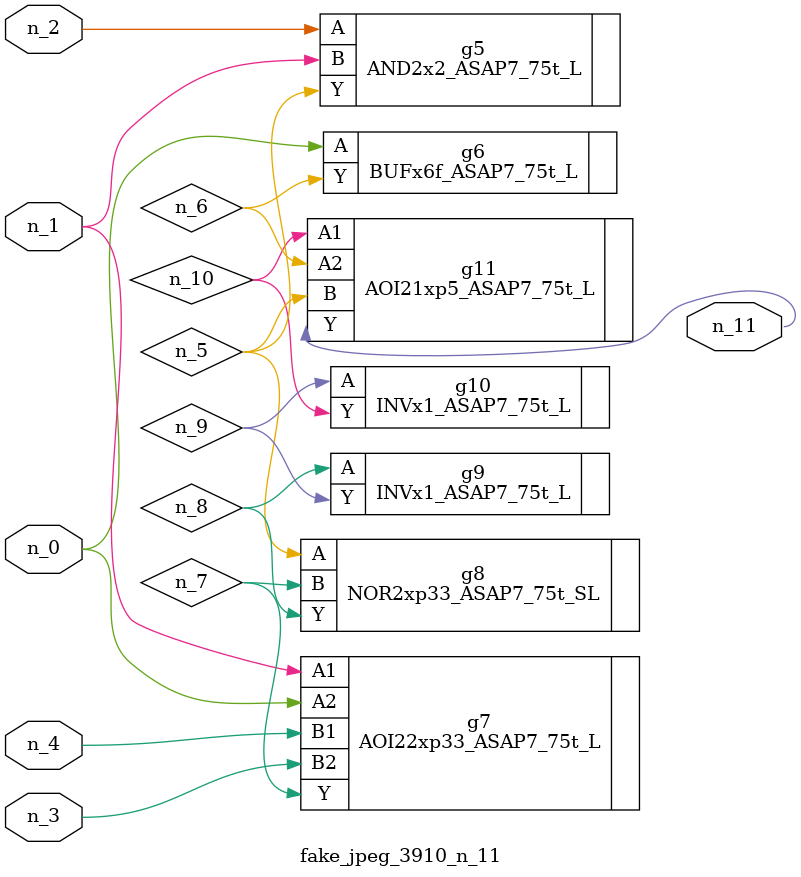
<source format=v>
module fake_jpeg_3910_n_11 (n_3, n_2, n_1, n_0, n_4, n_11);

input n_3;
input n_2;
input n_1;
input n_0;
input n_4;

output n_11;

wire n_10;
wire n_8;
wire n_9;
wire n_6;
wire n_5;
wire n_7;

AND2x2_ASAP7_75t_L g5 ( 
.A(n_2),
.B(n_1),
.Y(n_5)
);

BUFx6f_ASAP7_75t_L g6 ( 
.A(n_0),
.Y(n_6)
);

AOI22xp33_ASAP7_75t_L g7 ( 
.A1(n_1),
.A2(n_0),
.B1(n_4),
.B2(n_3),
.Y(n_7)
);

NOR2xp33_ASAP7_75t_SL g8 ( 
.A(n_5),
.B(n_7),
.Y(n_8)
);

INVx1_ASAP7_75t_L g9 ( 
.A(n_8),
.Y(n_9)
);

INVx1_ASAP7_75t_L g10 ( 
.A(n_9),
.Y(n_10)
);

AOI21xp5_ASAP7_75t_L g11 ( 
.A1(n_10),
.A2(n_6),
.B(n_5),
.Y(n_11)
);


endmodule
</source>
